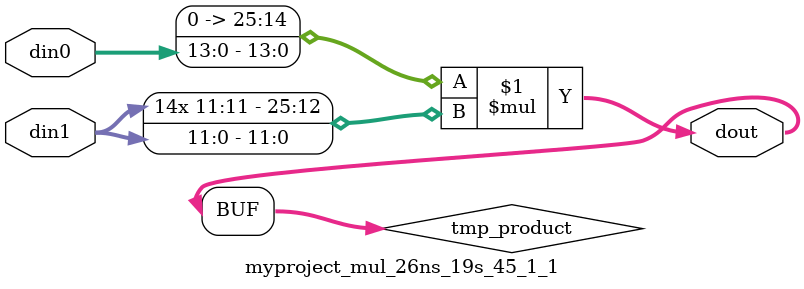
<source format=v>

`timescale 1 ns / 1 ps

  module myproject_mul_26ns_19s_45_1_1(din0, din1, dout);
parameter ID = 1;
parameter NUM_STAGE = 0;
parameter din0_WIDTH = 14;
parameter din1_WIDTH = 12;
parameter dout_WIDTH = 26;

input [din0_WIDTH - 1 : 0] din0; 
input [din1_WIDTH - 1 : 0] din1; 
output [dout_WIDTH - 1 : 0] dout;

wire signed [dout_WIDTH - 1 : 0] tmp_product;











assign tmp_product = $signed({1'b0, din0}) * $signed(din1);










assign dout = tmp_product;







endmodule

</source>
